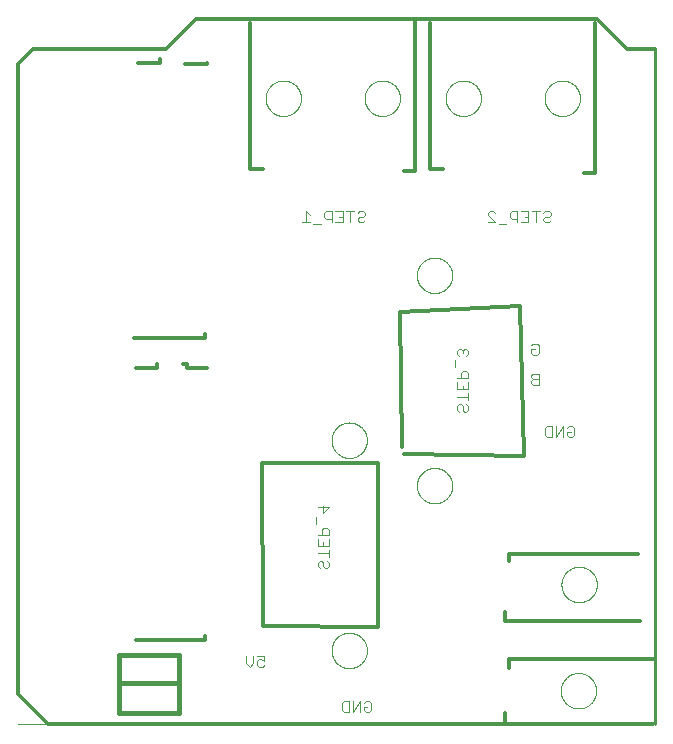
<source format=gbo>
G75*
%MOIN*%
%OFA0B0*%
%FSLAX25Y25*%
%IPPOS*%
%LPD*%
%AMOC8*
5,1,8,0,0,1.08239X$1,22.5*
%
%ADD10C,0.00000*%
%ADD11C,0.01000*%
%ADD12C,0.01600*%
%ADD13C,0.01200*%
%ADD14C,0.00300*%
D10*
X0005000Y0005000D02*
X0015000Y0005000D01*
X0208701Y0005000D01*
X0185959Y0016250D02*
X0185961Y0016403D01*
X0185967Y0016557D01*
X0185977Y0016710D01*
X0185991Y0016862D01*
X0186009Y0017015D01*
X0186031Y0017166D01*
X0186056Y0017317D01*
X0186086Y0017468D01*
X0186120Y0017618D01*
X0186157Y0017766D01*
X0186198Y0017914D01*
X0186243Y0018060D01*
X0186292Y0018206D01*
X0186345Y0018350D01*
X0186401Y0018492D01*
X0186461Y0018633D01*
X0186525Y0018773D01*
X0186592Y0018911D01*
X0186663Y0019047D01*
X0186738Y0019181D01*
X0186815Y0019313D01*
X0186897Y0019443D01*
X0186981Y0019571D01*
X0187069Y0019697D01*
X0187160Y0019820D01*
X0187254Y0019941D01*
X0187352Y0020059D01*
X0187452Y0020175D01*
X0187556Y0020288D01*
X0187662Y0020399D01*
X0187771Y0020507D01*
X0187883Y0020612D01*
X0187997Y0020713D01*
X0188115Y0020812D01*
X0188234Y0020908D01*
X0188356Y0021001D01*
X0188481Y0021090D01*
X0188608Y0021177D01*
X0188737Y0021259D01*
X0188868Y0021339D01*
X0189001Y0021415D01*
X0189136Y0021488D01*
X0189273Y0021557D01*
X0189412Y0021622D01*
X0189552Y0021684D01*
X0189694Y0021742D01*
X0189837Y0021797D01*
X0189982Y0021848D01*
X0190128Y0021895D01*
X0190275Y0021938D01*
X0190423Y0021977D01*
X0190572Y0022013D01*
X0190722Y0022044D01*
X0190873Y0022072D01*
X0191024Y0022096D01*
X0191177Y0022116D01*
X0191329Y0022132D01*
X0191482Y0022144D01*
X0191635Y0022152D01*
X0191788Y0022156D01*
X0191942Y0022156D01*
X0192095Y0022152D01*
X0192248Y0022144D01*
X0192401Y0022132D01*
X0192553Y0022116D01*
X0192706Y0022096D01*
X0192857Y0022072D01*
X0193008Y0022044D01*
X0193158Y0022013D01*
X0193307Y0021977D01*
X0193455Y0021938D01*
X0193602Y0021895D01*
X0193748Y0021848D01*
X0193893Y0021797D01*
X0194036Y0021742D01*
X0194178Y0021684D01*
X0194318Y0021622D01*
X0194457Y0021557D01*
X0194594Y0021488D01*
X0194729Y0021415D01*
X0194862Y0021339D01*
X0194993Y0021259D01*
X0195122Y0021177D01*
X0195249Y0021090D01*
X0195374Y0021001D01*
X0195496Y0020908D01*
X0195615Y0020812D01*
X0195733Y0020713D01*
X0195847Y0020612D01*
X0195959Y0020507D01*
X0196068Y0020399D01*
X0196174Y0020288D01*
X0196278Y0020175D01*
X0196378Y0020059D01*
X0196476Y0019941D01*
X0196570Y0019820D01*
X0196661Y0019697D01*
X0196749Y0019571D01*
X0196833Y0019443D01*
X0196915Y0019313D01*
X0196992Y0019181D01*
X0197067Y0019047D01*
X0197138Y0018911D01*
X0197205Y0018773D01*
X0197269Y0018633D01*
X0197329Y0018492D01*
X0197385Y0018350D01*
X0197438Y0018206D01*
X0197487Y0018060D01*
X0197532Y0017914D01*
X0197573Y0017766D01*
X0197610Y0017618D01*
X0197644Y0017468D01*
X0197674Y0017317D01*
X0197699Y0017166D01*
X0197721Y0017015D01*
X0197739Y0016862D01*
X0197753Y0016710D01*
X0197763Y0016557D01*
X0197769Y0016403D01*
X0197771Y0016250D01*
X0197769Y0016097D01*
X0197763Y0015943D01*
X0197753Y0015790D01*
X0197739Y0015638D01*
X0197721Y0015485D01*
X0197699Y0015334D01*
X0197674Y0015183D01*
X0197644Y0015032D01*
X0197610Y0014882D01*
X0197573Y0014734D01*
X0197532Y0014586D01*
X0197487Y0014440D01*
X0197438Y0014294D01*
X0197385Y0014150D01*
X0197329Y0014008D01*
X0197269Y0013867D01*
X0197205Y0013727D01*
X0197138Y0013589D01*
X0197067Y0013453D01*
X0196992Y0013319D01*
X0196915Y0013187D01*
X0196833Y0013057D01*
X0196749Y0012929D01*
X0196661Y0012803D01*
X0196570Y0012680D01*
X0196476Y0012559D01*
X0196378Y0012441D01*
X0196278Y0012325D01*
X0196174Y0012212D01*
X0196068Y0012101D01*
X0195959Y0011993D01*
X0195847Y0011888D01*
X0195733Y0011787D01*
X0195615Y0011688D01*
X0195496Y0011592D01*
X0195374Y0011499D01*
X0195249Y0011410D01*
X0195122Y0011323D01*
X0194993Y0011241D01*
X0194862Y0011161D01*
X0194729Y0011085D01*
X0194594Y0011012D01*
X0194457Y0010943D01*
X0194318Y0010878D01*
X0194178Y0010816D01*
X0194036Y0010758D01*
X0193893Y0010703D01*
X0193748Y0010652D01*
X0193602Y0010605D01*
X0193455Y0010562D01*
X0193307Y0010523D01*
X0193158Y0010487D01*
X0193008Y0010456D01*
X0192857Y0010428D01*
X0192706Y0010404D01*
X0192553Y0010384D01*
X0192401Y0010368D01*
X0192248Y0010356D01*
X0192095Y0010348D01*
X0191942Y0010344D01*
X0191788Y0010344D01*
X0191635Y0010348D01*
X0191482Y0010356D01*
X0191329Y0010368D01*
X0191177Y0010384D01*
X0191024Y0010404D01*
X0190873Y0010428D01*
X0190722Y0010456D01*
X0190572Y0010487D01*
X0190423Y0010523D01*
X0190275Y0010562D01*
X0190128Y0010605D01*
X0189982Y0010652D01*
X0189837Y0010703D01*
X0189694Y0010758D01*
X0189552Y0010816D01*
X0189412Y0010878D01*
X0189273Y0010943D01*
X0189136Y0011012D01*
X0189001Y0011085D01*
X0188868Y0011161D01*
X0188737Y0011241D01*
X0188608Y0011323D01*
X0188481Y0011410D01*
X0188356Y0011499D01*
X0188234Y0011592D01*
X0188115Y0011688D01*
X0187997Y0011787D01*
X0187883Y0011888D01*
X0187771Y0011993D01*
X0187662Y0012101D01*
X0187556Y0012212D01*
X0187452Y0012325D01*
X0187352Y0012441D01*
X0187254Y0012559D01*
X0187160Y0012680D01*
X0187069Y0012803D01*
X0186981Y0012929D01*
X0186897Y0013057D01*
X0186815Y0013187D01*
X0186738Y0013319D01*
X0186663Y0013453D01*
X0186592Y0013589D01*
X0186525Y0013727D01*
X0186461Y0013867D01*
X0186401Y0014008D01*
X0186345Y0014150D01*
X0186292Y0014294D01*
X0186243Y0014440D01*
X0186198Y0014586D01*
X0186157Y0014734D01*
X0186120Y0014882D01*
X0186086Y0015032D01*
X0186056Y0015183D01*
X0186031Y0015334D01*
X0186009Y0015485D01*
X0185991Y0015638D01*
X0185977Y0015790D01*
X0185967Y0015943D01*
X0185961Y0016097D01*
X0185959Y0016250D01*
X0186196Y0051638D02*
X0186198Y0051791D01*
X0186204Y0051945D01*
X0186214Y0052098D01*
X0186228Y0052250D01*
X0186246Y0052403D01*
X0186268Y0052554D01*
X0186293Y0052705D01*
X0186323Y0052856D01*
X0186357Y0053006D01*
X0186394Y0053154D01*
X0186435Y0053302D01*
X0186480Y0053448D01*
X0186529Y0053594D01*
X0186582Y0053738D01*
X0186638Y0053880D01*
X0186698Y0054021D01*
X0186762Y0054161D01*
X0186829Y0054299D01*
X0186900Y0054435D01*
X0186975Y0054569D01*
X0187052Y0054701D01*
X0187134Y0054831D01*
X0187218Y0054959D01*
X0187306Y0055085D01*
X0187397Y0055208D01*
X0187491Y0055329D01*
X0187589Y0055447D01*
X0187689Y0055563D01*
X0187793Y0055676D01*
X0187899Y0055787D01*
X0188008Y0055895D01*
X0188120Y0056000D01*
X0188234Y0056101D01*
X0188352Y0056200D01*
X0188471Y0056296D01*
X0188593Y0056389D01*
X0188718Y0056478D01*
X0188845Y0056565D01*
X0188974Y0056647D01*
X0189105Y0056727D01*
X0189238Y0056803D01*
X0189373Y0056876D01*
X0189510Y0056945D01*
X0189649Y0057010D01*
X0189789Y0057072D01*
X0189931Y0057130D01*
X0190074Y0057185D01*
X0190219Y0057236D01*
X0190365Y0057283D01*
X0190512Y0057326D01*
X0190660Y0057365D01*
X0190809Y0057401D01*
X0190959Y0057432D01*
X0191110Y0057460D01*
X0191261Y0057484D01*
X0191414Y0057504D01*
X0191566Y0057520D01*
X0191719Y0057532D01*
X0191872Y0057540D01*
X0192025Y0057544D01*
X0192179Y0057544D01*
X0192332Y0057540D01*
X0192485Y0057532D01*
X0192638Y0057520D01*
X0192790Y0057504D01*
X0192943Y0057484D01*
X0193094Y0057460D01*
X0193245Y0057432D01*
X0193395Y0057401D01*
X0193544Y0057365D01*
X0193692Y0057326D01*
X0193839Y0057283D01*
X0193985Y0057236D01*
X0194130Y0057185D01*
X0194273Y0057130D01*
X0194415Y0057072D01*
X0194555Y0057010D01*
X0194694Y0056945D01*
X0194831Y0056876D01*
X0194966Y0056803D01*
X0195099Y0056727D01*
X0195230Y0056647D01*
X0195359Y0056565D01*
X0195486Y0056478D01*
X0195611Y0056389D01*
X0195733Y0056296D01*
X0195852Y0056200D01*
X0195970Y0056101D01*
X0196084Y0056000D01*
X0196196Y0055895D01*
X0196305Y0055787D01*
X0196411Y0055676D01*
X0196515Y0055563D01*
X0196615Y0055447D01*
X0196713Y0055329D01*
X0196807Y0055208D01*
X0196898Y0055085D01*
X0196986Y0054959D01*
X0197070Y0054831D01*
X0197152Y0054701D01*
X0197229Y0054569D01*
X0197304Y0054435D01*
X0197375Y0054299D01*
X0197442Y0054161D01*
X0197506Y0054021D01*
X0197566Y0053880D01*
X0197622Y0053738D01*
X0197675Y0053594D01*
X0197724Y0053448D01*
X0197769Y0053302D01*
X0197810Y0053154D01*
X0197847Y0053006D01*
X0197881Y0052856D01*
X0197911Y0052705D01*
X0197936Y0052554D01*
X0197958Y0052403D01*
X0197976Y0052250D01*
X0197990Y0052098D01*
X0198000Y0051945D01*
X0198006Y0051791D01*
X0198008Y0051638D01*
X0198006Y0051485D01*
X0198000Y0051331D01*
X0197990Y0051178D01*
X0197976Y0051026D01*
X0197958Y0050873D01*
X0197936Y0050722D01*
X0197911Y0050571D01*
X0197881Y0050420D01*
X0197847Y0050270D01*
X0197810Y0050122D01*
X0197769Y0049974D01*
X0197724Y0049828D01*
X0197675Y0049682D01*
X0197622Y0049538D01*
X0197566Y0049396D01*
X0197506Y0049255D01*
X0197442Y0049115D01*
X0197375Y0048977D01*
X0197304Y0048841D01*
X0197229Y0048707D01*
X0197152Y0048575D01*
X0197070Y0048445D01*
X0196986Y0048317D01*
X0196898Y0048191D01*
X0196807Y0048068D01*
X0196713Y0047947D01*
X0196615Y0047829D01*
X0196515Y0047713D01*
X0196411Y0047600D01*
X0196305Y0047489D01*
X0196196Y0047381D01*
X0196084Y0047276D01*
X0195970Y0047175D01*
X0195852Y0047076D01*
X0195733Y0046980D01*
X0195611Y0046887D01*
X0195486Y0046798D01*
X0195359Y0046711D01*
X0195230Y0046629D01*
X0195099Y0046549D01*
X0194966Y0046473D01*
X0194831Y0046400D01*
X0194694Y0046331D01*
X0194555Y0046266D01*
X0194415Y0046204D01*
X0194273Y0046146D01*
X0194130Y0046091D01*
X0193985Y0046040D01*
X0193839Y0045993D01*
X0193692Y0045950D01*
X0193544Y0045911D01*
X0193395Y0045875D01*
X0193245Y0045844D01*
X0193094Y0045816D01*
X0192943Y0045792D01*
X0192790Y0045772D01*
X0192638Y0045756D01*
X0192485Y0045744D01*
X0192332Y0045736D01*
X0192179Y0045732D01*
X0192025Y0045732D01*
X0191872Y0045736D01*
X0191719Y0045744D01*
X0191566Y0045756D01*
X0191414Y0045772D01*
X0191261Y0045792D01*
X0191110Y0045816D01*
X0190959Y0045844D01*
X0190809Y0045875D01*
X0190660Y0045911D01*
X0190512Y0045950D01*
X0190365Y0045993D01*
X0190219Y0046040D01*
X0190074Y0046091D01*
X0189931Y0046146D01*
X0189789Y0046204D01*
X0189649Y0046266D01*
X0189510Y0046331D01*
X0189373Y0046400D01*
X0189238Y0046473D01*
X0189105Y0046549D01*
X0188974Y0046629D01*
X0188845Y0046711D01*
X0188718Y0046798D01*
X0188593Y0046887D01*
X0188471Y0046980D01*
X0188352Y0047076D01*
X0188234Y0047175D01*
X0188120Y0047276D01*
X0188008Y0047381D01*
X0187899Y0047489D01*
X0187793Y0047600D01*
X0187689Y0047713D01*
X0187589Y0047829D01*
X0187491Y0047947D01*
X0187397Y0048068D01*
X0187306Y0048191D01*
X0187218Y0048317D01*
X0187134Y0048445D01*
X0187052Y0048575D01*
X0186975Y0048707D01*
X0186900Y0048841D01*
X0186829Y0048977D01*
X0186762Y0049115D01*
X0186698Y0049255D01*
X0186638Y0049396D01*
X0186582Y0049538D01*
X0186529Y0049682D01*
X0186480Y0049828D01*
X0186435Y0049974D01*
X0186394Y0050122D01*
X0186357Y0050270D01*
X0186323Y0050420D01*
X0186293Y0050571D01*
X0186268Y0050722D01*
X0186246Y0050873D01*
X0186228Y0051026D01*
X0186214Y0051178D01*
X0186204Y0051331D01*
X0186198Y0051485D01*
X0186196Y0051638D01*
X0138001Y0084621D02*
X0138003Y0084774D01*
X0138009Y0084928D01*
X0138019Y0085081D01*
X0138033Y0085233D01*
X0138051Y0085386D01*
X0138073Y0085537D01*
X0138098Y0085688D01*
X0138128Y0085839D01*
X0138162Y0085989D01*
X0138199Y0086137D01*
X0138240Y0086285D01*
X0138285Y0086431D01*
X0138334Y0086577D01*
X0138387Y0086721D01*
X0138443Y0086863D01*
X0138503Y0087004D01*
X0138567Y0087144D01*
X0138634Y0087282D01*
X0138705Y0087418D01*
X0138780Y0087552D01*
X0138857Y0087684D01*
X0138939Y0087814D01*
X0139023Y0087942D01*
X0139111Y0088068D01*
X0139202Y0088191D01*
X0139296Y0088312D01*
X0139394Y0088430D01*
X0139494Y0088546D01*
X0139598Y0088659D01*
X0139704Y0088770D01*
X0139813Y0088878D01*
X0139925Y0088983D01*
X0140039Y0089084D01*
X0140157Y0089183D01*
X0140276Y0089279D01*
X0140398Y0089372D01*
X0140523Y0089461D01*
X0140650Y0089548D01*
X0140779Y0089630D01*
X0140910Y0089710D01*
X0141043Y0089786D01*
X0141178Y0089859D01*
X0141315Y0089928D01*
X0141454Y0089993D01*
X0141594Y0090055D01*
X0141736Y0090113D01*
X0141879Y0090168D01*
X0142024Y0090219D01*
X0142170Y0090266D01*
X0142317Y0090309D01*
X0142465Y0090348D01*
X0142614Y0090384D01*
X0142764Y0090415D01*
X0142915Y0090443D01*
X0143066Y0090467D01*
X0143219Y0090487D01*
X0143371Y0090503D01*
X0143524Y0090515D01*
X0143677Y0090523D01*
X0143830Y0090527D01*
X0143984Y0090527D01*
X0144137Y0090523D01*
X0144290Y0090515D01*
X0144443Y0090503D01*
X0144595Y0090487D01*
X0144748Y0090467D01*
X0144899Y0090443D01*
X0145050Y0090415D01*
X0145200Y0090384D01*
X0145349Y0090348D01*
X0145497Y0090309D01*
X0145644Y0090266D01*
X0145790Y0090219D01*
X0145935Y0090168D01*
X0146078Y0090113D01*
X0146220Y0090055D01*
X0146360Y0089993D01*
X0146499Y0089928D01*
X0146636Y0089859D01*
X0146771Y0089786D01*
X0146904Y0089710D01*
X0147035Y0089630D01*
X0147164Y0089548D01*
X0147291Y0089461D01*
X0147416Y0089372D01*
X0147538Y0089279D01*
X0147657Y0089183D01*
X0147775Y0089084D01*
X0147889Y0088983D01*
X0148001Y0088878D01*
X0148110Y0088770D01*
X0148216Y0088659D01*
X0148320Y0088546D01*
X0148420Y0088430D01*
X0148518Y0088312D01*
X0148612Y0088191D01*
X0148703Y0088068D01*
X0148791Y0087942D01*
X0148875Y0087814D01*
X0148957Y0087684D01*
X0149034Y0087552D01*
X0149109Y0087418D01*
X0149180Y0087282D01*
X0149247Y0087144D01*
X0149311Y0087004D01*
X0149371Y0086863D01*
X0149427Y0086721D01*
X0149480Y0086577D01*
X0149529Y0086431D01*
X0149574Y0086285D01*
X0149615Y0086137D01*
X0149652Y0085989D01*
X0149686Y0085839D01*
X0149716Y0085688D01*
X0149741Y0085537D01*
X0149763Y0085386D01*
X0149781Y0085233D01*
X0149795Y0085081D01*
X0149805Y0084928D01*
X0149811Y0084774D01*
X0149813Y0084621D01*
X0149811Y0084468D01*
X0149805Y0084314D01*
X0149795Y0084161D01*
X0149781Y0084009D01*
X0149763Y0083856D01*
X0149741Y0083705D01*
X0149716Y0083554D01*
X0149686Y0083403D01*
X0149652Y0083253D01*
X0149615Y0083105D01*
X0149574Y0082957D01*
X0149529Y0082811D01*
X0149480Y0082665D01*
X0149427Y0082521D01*
X0149371Y0082379D01*
X0149311Y0082238D01*
X0149247Y0082098D01*
X0149180Y0081960D01*
X0149109Y0081824D01*
X0149034Y0081690D01*
X0148957Y0081558D01*
X0148875Y0081428D01*
X0148791Y0081300D01*
X0148703Y0081174D01*
X0148612Y0081051D01*
X0148518Y0080930D01*
X0148420Y0080812D01*
X0148320Y0080696D01*
X0148216Y0080583D01*
X0148110Y0080472D01*
X0148001Y0080364D01*
X0147889Y0080259D01*
X0147775Y0080158D01*
X0147657Y0080059D01*
X0147538Y0079963D01*
X0147416Y0079870D01*
X0147291Y0079781D01*
X0147164Y0079694D01*
X0147035Y0079612D01*
X0146904Y0079532D01*
X0146771Y0079456D01*
X0146636Y0079383D01*
X0146499Y0079314D01*
X0146360Y0079249D01*
X0146220Y0079187D01*
X0146078Y0079129D01*
X0145935Y0079074D01*
X0145790Y0079023D01*
X0145644Y0078976D01*
X0145497Y0078933D01*
X0145349Y0078894D01*
X0145200Y0078858D01*
X0145050Y0078827D01*
X0144899Y0078799D01*
X0144748Y0078775D01*
X0144595Y0078755D01*
X0144443Y0078739D01*
X0144290Y0078727D01*
X0144137Y0078719D01*
X0143984Y0078715D01*
X0143830Y0078715D01*
X0143677Y0078719D01*
X0143524Y0078727D01*
X0143371Y0078739D01*
X0143219Y0078755D01*
X0143066Y0078775D01*
X0142915Y0078799D01*
X0142764Y0078827D01*
X0142614Y0078858D01*
X0142465Y0078894D01*
X0142317Y0078933D01*
X0142170Y0078976D01*
X0142024Y0079023D01*
X0141879Y0079074D01*
X0141736Y0079129D01*
X0141594Y0079187D01*
X0141454Y0079249D01*
X0141315Y0079314D01*
X0141178Y0079383D01*
X0141043Y0079456D01*
X0140910Y0079532D01*
X0140779Y0079612D01*
X0140650Y0079694D01*
X0140523Y0079781D01*
X0140398Y0079870D01*
X0140276Y0079963D01*
X0140157Y0080059D01*
X0140039Y0080158D01*
X0139925Y0080259D01*
X0139813Y0080364D01*
X0139704Y0080472D01*
X0139598Y0080583D01*
X0139494Y0080696D01*
X0139394Y0080812D01*
X0139296Y0080930D01*
X0139202Y0081051D01*
X0139111Y0081174D01*
X0139023Y0081300D01*
X0138939Y0081428D01*
X0138857Y0081558D01*
X0138780Y0081690D01*
X0138705Y0081824D01*
X0138634Y0081960D01*
X0138567Y0082098D01*
X0138503Y0082238D01*
X0138443Y0082379D01*
X0138387Y0082521D01*
X0138334Y0082665D01*
X0138285Y0082811D01*
X0138240Y0082957D01*
X0138199Y0083105D01*
X0138162Y0083253D01*
X0138128Y0083403D01*
X0138098Y0083554D01*
X0138073Y0083705D01*
X0138051Y0083856D01*
X0138033Y0084009D01*
X0138019Y0084161D01*
X0138009Y0084314D01*
X0138003Y0084468D01*
X0138001Y0084621D01*
X0109562Y0099754D02*
X0109564Y0099907D01*
X0109570Y0100061D01*
X0109580Y0100214D01*
X0109594Y0100366D01*
X0109612Y0100519D01*
X0109634Y0100670D01*
X0109659Y0100821D01*
X0109689Y0100972D01*
X0109723Y0101122D01*
X0109760Y0101270D01*
X0109801Y0101418D01*
X0109846Y0101564D01*
X0109895Y0101710D01*
X0109948Y0101854D01*
X0110004Y0101996D01*
X0110064Y0102137D01*
X0110128Y0102277D01*
X0110195Y0102415D01*
X0110266Y0102551D01*
X0110341Y0102685D01*
X0110418Y0102817D01*
X0110500Y0102947D01*
X0110584Y0103075D01*
X0110672Y0103201D01*
X0110763Y0103324D01*
X0110857Y0103445D01*
X0110955Y0103563D01*
X0111055Y0103679D01*
X0111159Y0103792D01*
X0111265Y0103903D01*
X0111374Y0104011D01*
X0111486Y0104116D01*
X0111600Y0104217D01*
X0111718Y0104316D01*
X0111837Y0104412D01*
X0111959Y0104505D01*
X0112084Y0104594D01*
X0112211Y0104681D01*
X0112340Y0104763D01*
X0112471Y0104843D01*
X0112604Y0104919D01*
X0112739Y0104992D01*
X0112876Y0105061D01*
X0113015Y0105126D01*
X0113155Y0105188D01*
X0113297Y0105246D01*
X0113440Y0105301D01*
X0113585Y0105352D01*
X0113731Y0105399D01*
X0113878Y0105442D01*
X0114026Y0105481D01*
X0114175Y0105517D01*
X0114325Y0105548D01*
X0114476Y0105576D01*
X0114627Y0105600D01*
X0114780Y0105620D01*
X0114932Y0105636D01*
X0115085Y0105648D01*
X0115238Y0105656D01*
X0115391Y0105660D01*
X0115545Y0105660D01*
X0115698Y0105656D01*
X0115851Y0105648D01*
X0116004Y0105636D01*
X0116156Y0105620D01*
X0116309Y0105600D01*
X0116460Y0105576D01*
X0116611Y0105548D01*
X0116761Y0105517D01*
X0116910Y0105481D01*
X0117058Y0105442D01*
X0117205Y0105399D01*
X0117351Y0105352D01*
X0117496Y0105301D01*
X0117639Y0105246D01*
X0117781Y0105188D01*
X0117921Y0105126D01*
X0118060Y0105061D01*
X0118197Y0104992D01*
X0118332Y0104919D01*
X0118465Y0104843D01*
X0118596Y0104763D01*
X0118725Y0104681D01*
X0118852Y0104594D01*
X0118977Y0104505D01*
X0119099Y0104412D01*
X0119218Y0104316D01*
X0119336Y0104217D01*
X0119450Y0104116D01*
X0119562Y0104011D01*
X0119671Y0103903D01*
X0119777Y0103792D01*
X0119881Y0103679D01*
X0119981Y0103563D01*
X0120079Y0103445D01*
X0120173Y0103324D01*
X0120264Y0103201D01*
X0120352Y0103075D01*
X0120436Y0102947D01*
X0120518Y0102817D01*
X0120595Y0102685D01*
X0120670Y0102551D01*
X0120741Y0102415D01*
X0120808Y0102277D01*
X0120872Y0102137D01*
X0120932Y0101996D01*
X0120988Y0101854D01*
X0121041Y0101710D01*
X0121090Y0101564D01*
X0121135Y0101418D01*
X0121176Y0101270D01*
X0121213Y0101122D01*
X0121247Y0100972D01*
X0121277Y0100821D01*
X0121302Y0100670D01*
X0121324Y0100519D01*
X0121342Y0100366D01*
X0121356Y0100214D01*
X0121366Y0100061D01*
X0121372Y0099907D01*
X0121374Y0099754D01*
X0121372Y0099601D01*
X0121366Y0099447D01*
X0121356Y0099294D01*
X0121342Y0099142D01*
X0121324Y0098989D01*
X0121302Y0098838D01*
X0121277Y0098687D01*
X0121247Y0098536D01*
X0121213Y0098386D01*
X0121176Y0098238D01*
X0121135Y0098090D01*
X0121090Y0097944D01*
X0121041Y0097798D01*
X0120988Y0097654D01*
X0120932Y0097512D01*
X0120872Y0097371D01*
X0120808Y0097231D01*
X0120741Y0097093D01*
X0120670Y0096957D01*
X0120595Y0096823D01*
X0120518Y0096691D01*
X0120436Y0096561D01*
X0120352Y0096433D01*
X0120264Y0096307D01*
X0120173Y0096184D01*
X0120079Y0096063D01*
X0119981Y0095945D01*
X0119881Y0095829D01*
X0119777Y0095716D01*
X0119671Y0095605D01*
X0119562Y0095497D01*
X0119450Y0095392D01*
X0119336Y0095291D01*
X0119218Y0095192D01*
X0119099Y0095096D01*
X0118977Y0095003D01*
X0118852Y0094914D01*
X0118725Y0094827D01*
X0118596Y0094745D01*
X0118465Y0094665D01*
X0118332Y0094589D01*
X0118197Y0094516D01*
X0118060Y0094447D01*
X0117921Y0094382D01*
X0117781Y0094320D01*
X0117639Y0094262D01*
X0117496Y0094207D01*
X0117351Y0094156D01*
X0117205Y0094109D01*
X0117058Y0094066D01*
X0116910Y0094027D01*
X0116761Y0093991D01*
X0116611Y0093960D01*
X0116460Y0093932D01*
X0116309Y0093908D01*
X0116156Y0093888D01*
X0116004Y0093872D01*
X0115851Y0093860D01*
X0115698Y0093852D01*
X0115545Y0093848D01*
X0115391Y0093848D01*
X0115238Y0093852D01*
X0115085Y0093860D01*
X0114932Y0093872D01*
X0114780Y0093888D01*
X0114627Y0093908D01*
X0114476Y0093932D01*
X0114325Y0093960D01*
X0114175Y0093991D01*
X0114026Y0094027D01*
X0113878Y0094066D01*
X0113731Y0094109D01*
X0113585Y0094156D01*
X0113440Y0094207D01*
X0113297Y0094262D01*
X0113155Y0094320D01*
X0113015Y0094382D01*
X0112876Y0094447D01*
X0112739Y0094516D01*
X0112604Y0094589D01*
X0112471Y0094665D01*
X0112340Y0094745D01*
X0112211Y0094827D01*
X0112084Y0094914D01*
X0111959Y0095003D01*
X0111837Y0095096D01*
X0111718Y0095192D01*
X0111600Y0095291D01*
X0111486Y0095392D01*
X0111374Y0095497D01*
X0111265Y0095605D01*
X0111159Y0095716D01*
X0111055Y0095829D01*
X0110955Y0095945D01*
X0110857Y0096063D01*
X0110763Y0096184D01*
X0110672Y0096307D01*
X0110584Y0096433D01*
X0110500Y0096561D01*
X0110418Y0096691D01*
X0110341Y0096823D01*
X0110266Y0096957D01*
X0110195Y0097093D01*
X0110128Y0097231D01*
X0110064Y0097371D01*
X0110004Y0097512D01*
X0109948Y0097654D01*
X0109895Y0097798D01*
X0109846Y0097944D01*
X0109801Y0098090D01*
X0109760Y0098238D01*
X0109723Y0098386D01*
X0109689Y0098536D01*
X0109659Y0098687D01*
X0109634Y0098838D01*
X0109612Y0098989D01*
X0109594Y0099142D01*
X0109580Y0099294D01*
X0109570Y0099447D01*
X0109564Y0099601D01*
X0109562Y0099754D01*
X0138001Y0154700D02*
X0138003Y0154853D01*
X0138009Y0155007D01*
X0138019Y0155160D01*
X0138033Y0155312D01*
X0138051Y0155465D01*
X0138073Y0155616D01*
X0138098Y0155767D01*
X0138128Y0155918D01*
X0138162Y0156068D01*
X0138199Y0156216D01*
X0138240Y0156364D01*
X0138285Y0156510D01*
X0138334Y0156656D01*
X0138387Y0156800D01*
X0138443Y0156942D01*
X0138503Y0157083D01*
X0138567Y0157223D01*
X0138634Y0157361D01*
X0138705Y0157497D01*
X0138780Y0157631D01*
X0138857Y0157763D01*
X0138939Y0157893D01*
X0139023Y0158021D01*
X0139111Y0158147D01*
X0139202Y0158270D01*
X0139296Y0158391D01*
X0139394Y0158509D01*
X0139494Y0158625D01*
X0139598Y0158738D01*
X0139704Y0158849D01*
X0139813Y0158957D01*
X0139925Y0159062D01*
X0140039Y0159163D01*
X0140157Y0159262D01*
X0140276Y0159358D01*
X0140398Y0159451D01*
X0140523Y0159540D01*
X0140650Y0159627D01*
X0140779Y0159709D01*
X0140910Y0159789D01*
X0141043Y0159865D01*
X0141178Y0159938D01*
X0141315Y0160007D01*
X0141454Y0160072D01*
X0141594Y0160134D01*
X0141736Y0160192D01*
X0141879Y0160247D01*
X0142024Y0160298D01*
X0142170Y0160345D01*
X0142317Y0160388D01*
X0142465Y0160427D01*
X0142614Y0160463D01*
X0142764Y0160494D01*
X0142915Y0160522D01*
X0143066Y0160546D01*
X0143219Y0160566D01*
X0143371Y0160582D01*
X0143524Y0160594D01*
X0143677Y0160602D01*
X0143830Y0160606D01*
X0143984Y0160606D01*
X0144137Y0160602D01*
X0144290Y0160594D01*
X0144443Y0160582D01*
X0144595Y0160566D01*
X0144748Y0160546D01*
X0144899Y0160522D01*
X0145050Y0160494D01*
X0145200Y0160463D01*
X0145349Y0160427D01*
X0145497Y0160388D01*
X0145644Y0160345D01*
X0145790Y0160298D01*
X0145935Y0160247D01*
X0146078Y0160192D01*
X0146220Y0160134D01*
X0146360Y0160072D01*
X0146499Y0160007D01*
X0146636Y0159938D01*
X0146771Y0159865D01*
X0146904Y0159789D01*
X0147035Y0159709D01*
X0147164Y0159627D01*
X0147291Y0159540D01*
X0147416Y0159451D01*
X0147538Y0159358D01*
X0147657Y0159262D01*
X0147775Y0159163D01*
X0147889Y0159062D01*
X0148001Y0158957D01*
X0148110Y0158849D01*
X0148216Y0158738D01*
X0148320Y0158625D01*
X0148420Y0158509D01*
X0148518Y0158391D01*
X0148612Y0158270D01*
X0148703Y0158147D01*
X0148791Y0158021D01*
X0148875Y0157893D01*
X0148957Y0157763D01*
X0149034Y0157631D01*
X0149109Y0157497D01*
X0149180Y0157361D01*
X0149247Y0157223D01*
X0149311Y0157083D01*
X0149371Y0156942D01*
X0149427Y0156800D01*
X0149480Y0156656D01*
X0149529Y0156510D01*
X0149574Y0156364D01*
X0149615Y0156216D01*
X0149652Y0156068D01*
X0149686Y0155918D01*
X0149716Y0155767D01*
X0149741Y0155616D01*
X0149763Y0155465D01*
X0149781Y0155312D01*
X0149795Y0155160D01*
X0149805Y0155007D01*
X0149811Y0154853D01*
X0149813Y0154700D01*
X0149811Y0154547D01*
X0149805Y0154393D01*
X0149795Y0154240D01*
X0149781Y0154088D01*
X0149763Y0153935D01*
X0149741Y0153784D01*
X0149716Y0153633D01*
X0149686Y0153482D01*
X0149652Y0153332D01*
X0149615Y0153184D01*
X0149574Y0153036D01*
X0149529Y0152890D01*
X0149480Y0152744D01*
X0149427Y0152600D01*
X0149371Y0152458D01*
X0149311Y0152317D01*
X0149247Y0152177D01*
X0149180Y0152039D01*
X0149109Y0151903D01*
X0149034Y0151769D01*
X0148957Y0151637D01*
X0148875Y0151507D01*
X0148791Y0151379D01*
X0148703Y0151253D01*
X0148612Y0151130D01*
X0148518Y0151009D01*
X0148420Y0150891D01*
X0148320Y0150775D01*
X0148216Y0150662D01*
X0148110Y0150551D01*
X0148001Y0150443D01*
X0147889Y0150338D01*
X0147775Y0150237D01*
X0147657Y0150138D01*
X0147538Y0150042D01*
X0147416Y0149949D01*
X0147291Y0149860D01*
X0147164Y0149773D01*
X0147035Y0149691D01*
X0146904Y0149611D01*
X0146771Y0149535D01*
X0146636Y0149462D01*
X0146499Y0149393D01*
X0146360Y0149328D01*
X0146220Y0149266D01*
X0146078Y0149208D01*
X0145935Y0149153D01*
X0145790Y0149102D01*
X0145644Y0149055D01*
X0145497Y0149012D01*
X0145349Y0148973D01*
X0145200Y0148937D01*
X0145050Y0148906D01*
X0144899Y0148878D01*
X0144748Y0148854D01*
X0144595Y0148834D01*
X0144443Y0148818D01*
X0144290Y0148806D01*
X0144137Y0148798D01*
X0143984Y0148794D01*
X0143830Y0148794D01*
X0143677Y0148798D01*
X0143524Y0148806D01*
X0143371Y0148818D01*
X0143219Y0148834D01*
X0143066Y0148854D01*
X0142915Y0148878D01*
X0142764Y0148906D01*
X0142614Y0148937D01*
X0142465Y0148973D01*
X0142317Y0149012D01*
X0142170Y0149055D01*
X0142024Y0149102D01*
X0141879Y0149153D01*
X0141736Y0149208D01*
X0141594Y0149266D01*
X0141454Y0149328D01*
X0141315Y0149393D01*
X0141178Y0149462D01*
X0141043Y0149535D01*
X0140910Y0149611D01*
X0140779Y0149691D01*
X0140650Y0149773D01*
X0140523Y0149860D01*
X0140398Y0149949D01*
X0140276Y0150042D01*
X0140157Y0150138D01*
X0140039Y0150237D01*
X0139925Y0150338D01*
X0139813Y0150443D01*
X0139704Y0150551D01*
X0139598Y0150662D01*
X0139494Y0150775D01*
X0139394Y0150891D01*
X0139296Y0151009D01*
X0139202Y0151130D01*
X0139111Y0151253D01*
X0139023Y0151379D01*
X0138939Y0151507D01*
X0138857Y0151637D01*
X0138780Y0151769D01*
X0138705Y0151903D01*
X0138634Y0152039D01*
X0138567Y0152177D01*
X0138503Y0152317D01*
X0138443Y0152458D01*
X0138387Y0152600D01*
X0138334Y0152744D01*
X0138285Y0152890D01*
X0138240Y0153036D01*
X0138199Y0153184D01*
X0138162Y0153332D01*
X0138128Y0153482D01*
X0138098Y0153633D01*
X0138073Y0153784D01*
X0138051Y0153935D01*
X0138033Y0154088D01*
X0138019Y0154240D01*
X0138009Y0154393D01*
X0138003Y0154547D01*
X0138001Y0154700D01*
X0120594Y0213740D02*
X0120596Y0213893D01*
X0120602Y0214047D01*
X0120612Y0214200D01*
X0120626Y0214352D01*
X0120644Y0214505D01*
X0120666Y0214656D01*
X0120691Y0214807D01*
X0120721Y0214958D01*
X0120755Y0215108D01*
X0120792Y0215256D01*
X0120833Y0215404D01*
X0120878Y0215550D01*
X0120927Y0215696D01*
X0120980Y0215840D01*
X0121036Y0215982D01*
X0121096Y0216123D01*
X0121160Y0216263D01*
X0121227Y0216401D01*
X0121298Y0216537D01*
X0121373Y0216671D01*
X0121450Y0216803D01*
X0121532Y0216933D01*
X0121616Y0217061D01*
X0121704Y0217187D01*
X0121795Y0217310D01*
X0121889Y0217431D01*
X0121987Y0217549D01*
X0122087Y0217665D01*
X0122191Y0217778D01*
X0122297Y0217889D01*
X0122406Y0217997D01*
X0122518Y0218102D01*
X0122632Y0218203D01*
X0122750Y0218302D01*
X0122869Y0218398D01*
X0122991Y0218491D01*
X0123116Y0218580D01*
X0123243Y0218667D01*
X0123372Y0218749D01*
X0123503Y0218829D01*
X0123636Y0218905D01*
X0123771Y0218978D01*
X0123908Y0219047D01*
X0124047Y0219112D01*
X0124187Y0219174D01*
X0124329Y0219232D01*
X0124472Y0219287D01*
X0124617Y0219338D01*
X0124763Y0219385D01*
X0124910Y0219428D01*
X0125058Y0219467D01*
X0125207Y0219503D01*
X0125357Y0219534D01*
X0125508Y0219562D01*
X0125659Y0219586D01*
X0125812Y0219606D01*
X0125964Y0219622D01*
X0126117Y0219634D01*
X0126270Y0219642D01*
X0126423Y0219646D01*
X0126577Y0219646D01*
X0126730Y0219642D01*
X0126883Y0219634D01*
X0127036Y0219622D01*
X0127188Y0219606D01*
X0127341Y0219586D01*
X0127492Y0219562D01*
X0127643Y0219534D01*
X0127793Y0219503D01*
X0127942Y0219467D01*
X0128090Y0219428D01*
X0128237Y0219385D01*
X0128383Y0219338D01*
X0128528Y0219287D01*
X0128671Y0219232D01*
X0128813Y0219174D01*
X0128953Y0219112D01*
X0129092Y0219047D01*
X0129229Y0218978D01*
X0129364Y0218905D01*
X0129497Y0218829D01*
X0129628Y0218749D01*
X0129757Y0218667D01*
X0129884Y0218580D01*
X0130009Y0218491D01*
X0130131Y0218398D01*
X0130250Y0218302D01*
X0130368Y0218203D01*
X0130482Y0218102D01*
X0130594Y0217997D01*
X0130703Y0217889D01*
X0130809Y0217778D01*
X0130913Y0217665D01*
X0131013Y0217549D01*
X0131111Y0217431D01*
X0131205Y0217310D01*
X0131296Y0217187D01*
X0131384Y0217061D01*
X0131468Y0216933D01*
X0131550Y0216803D01*
X0131627Y0216671D01*
X0131702Y0216537D01*
X0131773Y0216401D01*
X0131840Y0216263D01*
X0131904Y0216123D01*
X0131964Y0215982D01*
X0132020Y0215840D01*
X0132073Y0215696D01*
X0132122Y0215550D01*
X0132167Y0215404D01*
X0132208Y0215256D01*
X0132245Y0215108D01*
X0132279Y0214958D01*
X0132309Y0214807D01*
X0132334Y0214656D01*
X0132356Y0214505D01*
X0132374Y0214352D01*
X0132388Y0214200D01*
X0132398Y0214047D01*
X0132404Y0213893D01*
X0132406Y0213740D01*
X0132404Y0213587D01*
X0132398Y0213433D01*
X0132388Y0213280D01*
X0132374Y0213128D01*
X0132356Y0212975D01*
X0132334Y0212824D01*
X0132309Y0212673D01*
X0132279Y0212522D01*
X0132245Y0212372D01*
X0132208Y0212224D01*
X0132167Y0212076D01*
X0132122Y0211930D01*
X0132073Y0211784D01*
X0132020Y0211640D01*
X0131964Y0211498D01*
X0131904Y0211357D01*
X0131840Y0211217D01*
X0131773Y0211079D01*
X0131702Y0210943D01*
X0131627Y0210809D01*
X0131550Y0210677D01*
X0131468Y0210547D01*
X0131384Y0210419D01*
X0131296Y0210293D01*
X0131205Y0210170D01*
X0131111Y0210049D01*
X0131013Y0209931D01*
X0130913Y0209815D01*
X0130809Y0209702D01*
X0130703Y0209591D01*
X0130594Y0209483D01*
X0130482Y0209378D01*
X0130368Y0209277D01*
X0130250Y0209178D01*
X0130131Y0209082D01*
X0130009Y0208989D01*
X0129884Y0208900D01*
X0129757Y0208813D01*
X0129628Y0208731D01*
X0129497Y0208651D01*
X0129364Y0208575D01*
X0129229Y0208502D01*
X0129092Y0208433D01*
X0128953Y0208368D01*
X0128813Y0208306D01*
X0128671Y0208248D01*
X0128528Y0208193D01*
X0128383Y0208142D01*
X0128237Y0208095D01*
X0128090Y0208052D01*
X0127942Y0208013D01*
X0127793Y0207977D01*
X0127643Y0207946D01*
X0127492Y0207918D01*
X0127341Y0207894D01*
X0127188Y0207874D01*
X0127036Y0207858D01*
X0126883Y0207846D01*
X0126730Y0207838D01*
X0126577Y0207834D01*
X0126423Y0207834D01*
X0126270Y0207838D01*
X0126117Y0207846D01*
X0125964Y0207858D01*
X0125812Y0207874D01*
X0125659Y0207894D01*
X0125508Y0207918D01*
X0125357Y0207946D01*
X0125207Y0207977D01*
X0125058Y0208013D01*
X0124910Y0208052D01*
X0124763Y0208095D01*
X0124617Y0208142D01*
X0124472Y0208193D01*
X0124329Y0208248D01*
X0124187Y0208306D01*
X0124047Y0208368D01*
X0123908Y0208433D01*
X0123771Y0208502D01*
X0123636Y0208575D01*
X0123503Y0208651D01*
X0123372Y0208731D01*
X0123243Y0208813D01*
X0123116Y0208900D01*
X0122991Y0208989D01*
X0122869Y0209082D01*
X0122750Y0209178D01*
X0122632Y0209277D01*
X0122518Y0209378D01*
X0122406Y0209483D01*
X0122297Y0209591D01*
X0122191Y0209702D01*
X0122087Y0209815D01*
X0121987Y0209931D01*
X0121889Y0210049D01*
X0121795Y0210170D01*
X0121704Y0210293D01*
X0121616Y0210419D01*
X0121532Y0210547D01*
X0121450Y0210677D01*
X0121373Y0210809D01*
X0121298Y0210943D01*
X0121227Y0211079D01*
X0121160Y0211217D01*
X0121096Y0211357D01*
X0121036Y0211498D01*
X0120980Y0211640D01*
X0120927Y0211784D01*
X0120878Y0211930D01*
X0120833Y0212076D01*
X0120792Y0212224D01*
X0120755Y0212372D01*
X0120721Y0212522D01*
X0120691Y0212673D01*
X0120666Y0212824D01*
X0120644Y0212975D01*
X0120626Y0213128D01*
X0120612Y0213280D01*
X0120602Y0213433D01*
X0120596Y0213587D01*
X0120594Y0213740D01*
X0087594Y0213740D02*
X0087596Y0213893D01*
X0087602Y0214047D01*
X0087612Y0214200D01*
X0087626Y0214352D01*
X0087644Y0214505D01*
X0087666Y0214656D01*
X0087691Y0214807D01*
X0087721Y0214958D01*
X0087755Y0215108D01*
X0087792Y0215256D01*
X0087833Y0215404D01*
X0087878Y0215550D01*
X0087927Y0215696D01*
X0087980Y0215840D01*
X0088036Y0215982D01*
X0088096Y0216123D01*
X0088160Y0216263D01*
X0088227Y0216401D01*
X0088298Y0216537D01*
X0088373Y0216671D01*
X0088450Y0216803D01*
X0088532Y0216933D01*
X0088616Y0217061D01*
X0088704Y0217187D01*
X0088795Y0217310D01*
X0088889Y0217431D01*
X0088987Y0217549D01*
X0089087Y0217665D01*
X0089191Y0217778D01*
X0089297Y0217889D01*
X0089406Y0217997D01*
X0089518Y0218102D01*
X0089632Y0218203D01*
X0089750Y0218302D01*
X0089869Y0218398D01*
X0089991Y0218491D01*
X0090116Y0218580D01*
X0090243Y0218667D01*
X0090372Y0218749D01*
X0090503Y0218829D01*
X0090636Y0218905D01*
X0090771Y0218978D01*
X0090908Y0219047D01*
X0091047Y0219112D01*
X0091187Y0219174D01*
X0091329Y0219232D01*
X0091472Y0219287D01*
X0091617Y0219338D01*
X0091763Y0219385D01*
X0091910Y0219428D01*
X0092058Y0219467D01*
X0092207Y0219503D01*
X0092357Y0219534D01*
X0092508Y0219562D01*
X0092659Y0219586D01*
X0092812Y0219606D01*
X0092964Y0219622D01*
X0093117Y0219634D01*
X0093270Y0219642D01*
X0093423Y0219646D01*
X0093577Y0219646D01*
X0093730Y0219642D01*
X0093883Y0219634D01*
X0094036Y0219622D01*
X0094188Y0219606D01*
X0094341Y0219586D01*
X0094492Y0219562D01*
X0094643Y0219534D01*
X0094793Y0219503D01*
X0094942Y0219467D01*
X0095090Y0219428D01*
X0095237Y0219385D01*
X0095383Y0219338D01*
X0095528Y0219287D01*
X0095671Y0219232D01*
X0095813Y0219174D01*
X0095953Y0219112D01*
X0096092Y0219047D01*
X0096229Y0218978D01*
X0096364Y0218905D01*
X0096497Y0218829D01*
X0096628Y0218749D01*
X0096757Y0218667D01*
X0096884Y0218580D01*
X0097009Y0218491D01*
X0097131Y0218398D01*
X0097250Y0218302D01*
X0097368Y0218203D01*
X0097482Y0218102D01*
X0097594Y0217997D01*
X0097703Y0217889D01*
X0097809Y0217778D01*
X0097913Y0217665D01*
X0098013Y0217549D01*
X0098111Y0217431D01*
X0098205Y0217310D01*
X0098296Y0217187D01*
X0098384Y0217061D01*
X0098468Y0216933D01*
X0098550Y0216803D01*
X0098627Y0216671D01*
X0098702Y0216537D01*
X0098773Y0216401D01*
X0098840Y0216263D01*
X0098904Y0216123D01*
X0098964Y0215982D01*
X0099020Y0215840D01*
X0099073Y0215696D01*
X0099122Y0215550D01*
X0099167Y0215404D01*
X0099208Y0215256D01*
X0099245Y0215108D01*
X0099279Y0214958D01*
X0099309Y0214807D01*
X0099334Y0214656D01*
X0099356Y0214505D01*
X0099374Y0214352D01*
X0099388Y0214200D01*
X0099398Y0214047D01*
X0099404Y0213893D01*
X0099406Y0213740D01*
X0099404Y0213587D01*
X0099398Y0213433D01*
X0099388Y0213280D01*
X0099374Y0213128D01*
X0099356Y0212975D01*
X0099334Y0212824D01*
X0099309Y0212673D01*
X0099279Y0212522D01*
X0099245Y0212372D01*
X0099208Y0212224D01*
X0099167Y0212076D01*
X0099122Y0211930D01*
X0099073Y0211784D01*
X0099020Y0211640D01*
X0098964Y0211498D01*
X0098904Y0211357D01*
X0098840Y0211217D01*
X0098773Y0211079D01*
X0098702Y0210943D01*
X0098627Y0210809D01*
X0098550Y0210677D01*
X0098468Y0210547D01*
X0098384Y0210419D01*
X0098296Y0210293D01*
X0098205Y0210170D01*
X0098111Y0210049D01*
X0098013Y0209931D01*
X0097913Y0209815D01*
X0097809Y0209702D01*
X0097703Y0209591D01*
X0097594Y0209483D01*
X0097482Y0209378D01*
X0097368Y0209277D01*
X0097250Y0209178D01*
X0097131Y0209082D01*
X0097009Y0208989D01*
X0096884Y0208900D01*
X0096757Y0208813D01*
X0096628Y0208731D01*
X0096497Y0208651D01*
X0096364Y0208575D01*
X0096229Y0208502D01*
X0096092Y0208433D01*
X0095953Y0208368D01*
X0095813Y0208306D01*
X0095671Y0208248D01*
X0095528Y0208193D01*
X0095383Y0208142D01*
X0095237Y0208095D01*
X0095090Y0208052D01*
X0094942Y0208013D01*
X0094793Y0207977D01*
X0094643Y0207946D01*
X0094492Y0207918D01*
X0094341Y0207894D01*
X0094188Y0207874D01*
X0094036Y0207858D01*
X0093883Y0207846D01*
X0093730Y0207838D01*
X0093577Y0207834D01*
X0093423Y0207834D01*
X0093270Y0207838D01*
X0093117Y0207846D01*
X0092964Y0207858D01*
X0092812Y0207874D01*
X0092659Y0207894D01*
X0092508Y0207918D01*
X0092357Y0207946D01*
X0092207Y0207977D01*
X0092058Y0208013D01*
X0091910Y0208052D01*
X0091763Y0208095D01*
X0091617Y0208142D01*
X0091472Y0208193D01*
X0091329Y0208248D01*
X0091187Y0208306D01*
X0091047Y0208368D01*
X0090908Y0208433D01*
X0090771Y0208502D01*
X0090636Y0208575D01*
X0090503Y0208651D01*
X0090372Y0208731D01*
X0090243Y0208813D01*
X0090116Y0208900D01*
X0089991Y0208989D01*
X0089869Y0209082D01*
X0089750Y0209178D01*
X0089632Y0209277D01*
X0089518Y0209378D01*
X0089406Y0209483D01*
X0089297Y0209591D01*
X0089191Y0209702D01*
X0089087Y0209815D01*
X0088987Y0209931D01*
X0088889Y0210049D01*
X0088795Y0210170D01*
X0088704Y0210293D01*
X0088616Y0210419D01*
X0088532Y0210547D01*
X0088450Y0210677D01*
X0088373Y0210809D01*
X0088298Y0210943D01*
X0088227Y0211079D01*
X0088160Y0211217D01*
X0088096Y0211357D01*
X0088036Y0211498D01*
X0087980Y0211640D01*
X0087927Y0211784D01*
X0087878Y0211930D01*
X0087833Y0212076D01*
X0087792Y0212224D01*
X0087755Y0212372D01*
X0087721Y0212522D01*
X0087691Y0212673D01*
X0087666Y0212824D01*
X0087644Y0212975D01*
X0087626Y0213128D01*
X0087612Y0213280D01*
X0087602Y0213433D01*
X0087596Y0213587D01*
X0087594Y0213740D01*
X0147594Y0213740D02*
X0147596Y0213893D01*
X0147602Y0214047D01*
X0147612Y0214200D01*
X0147626Y0214352D01*
X0147644Y0214505D01*
X0147666Y0214656D01*
X0147691Y0214807D01*
X0147721Y0214958D01*
X0147755Y0215108D01*
X0147792Y0215256D01*
X0147833Y0215404D01*
X0147878Y0215550D01*
X0147927Y0215696D01*
X0147980Y0215840D01*
X0148036Y0215982D01*
X0148096Y0216123D01*
X0148160Y0216263D01*
X0148227Y0216401D01*
X0148298Y0216537D01*
X0148373Y0216671D01*
X0148450Y0216803D01*
X0148532Y0216933D01*
X0148616Y0217061D01*
X0148704Y0217187D01*
X0148795Y0217310D01*
X0148889Y0217431D01*
X0148987Y0217549D01*
X0149087Y0217665D01*
X0149191Y0217778D01*
X0149297Y0217889D01*
X0149406Y0217997D01*
X0149518Y0218102D01*
X0149632Y0218203D01*
X0149750Y0218302D01*
X0149869Y0218398D01*
X0149991Y0218491D01*
X0150116Y0218580D01*
X0150243Y0218667D01*
X0150372Y0218749D01*
X0150503Y0218829D01*
X0150636Y0218905D01*
X0150771Y0218978D01*
X0150908Y0219047D01*
X0151047Y0219112D01*
X0151187Y0219174D01*
X0151329Y0219232D01*
X0151472Y0219287D01*
X0151617Y0219338D01*
X0151763Y0219385D01*
X0151910Y0219428D01*
X0152058Y0219467D01*
X0152207Y0219503D01*
X0152357Y0219534D01*
X0152508Y0219562D01*
X0152659Y0219586D01*
X0152812Y0219606D01*
X0152964Y0219622D01*
X0153117Y0219634D01*
X0153270Y0219642D01*
X0153423Y0219646D01*
X0153577Y0219646D01*
X0153730Y0219642D01*
X0153883Y0219634D01*
X0154036Y0219622D01*
X0154188Y0219606D01*
X0154341Y0219586D01*
X0154492Y0219562D01*
X0154643Y0219534D01*
X0154793Y0219503D01*
X0154942Y0219467D01*
X0155090Y0219428D01*
X0155237Y0219385D01*
X0155383Y0219338D01*
X0155528Y0219287D01*
X0155671Y0219232D01*
X0155813Y0219174D01*
X0155953Y0219112D01*
X0156092Y0219047D01*
X0156229Y0218978D01*
X0156364Y0218905D01*
X0156497Y0218829D01*
X0156628Y0218749D01*
X0156757Y0218667D01*
X0156884Y0218580D01*
X0157009Y0218491D01*
X0157131Y0218398D01*
X0157250Y0218302D01*
X0157368Y0218203D01*
X0157482Y0218102D01*
X0157594Y0217997D01*
X0157703Y0217889D01*
X0157809Y0217778D01*
X0157913Y0217665D01*
X0158013Y0217549D01*
X0158111Y0217431D01*
X0158205Y0217310D01*
X0158296Y0217187D01*
X0158384Y0217061D01*
X0158468Y0216933D01*
X0158550Y0216803D01*
X0158627Y0216671D01*
X0158702Y0216537D01*
X0158773Y0216401D01*
X0158840Y0216263D01*
X0158904Y0216123D01*
X0158964Y0215982D01*
X0159020Y0215840D01*
X0159073Y0215696D01*
X0159122Y0215550D01*
X0159167Y0215404D01*
X0159208Y0215256D01*
X0159245Y0215108D01*
X0159279Y0214958D01*
X0159309Y0214807D01*
X0159334Y0214656D01*
X0159356Y0214505D01*
X0159374Y0214352D01*
X0159388Y0214200D01*
X0159398Y0214047D01*
X0159404Y0213893D01*
X0159406Y0213740D01*
X0159404Y0213587D01*
X0159398Y0213433D01*
X0159388Y0213280D01*
X0159374Y0213128D01*
X0159356Y0212975D01*
X0159334Y0212824D01*
X0159309Y0212673D01*
X0159279Y0212522D01*
X0159245Y0212372D01*
X0159208Y0212224D01*
X0159167Y0212076D01*
X0159122Y0211930D01*
X0159073Y0211784D01*
X0159020Y0211640D01*
X0158964Y0211498D01*
X0158904Y0211357D01*
X0158840Y0211217D01*
X0158773Y0211079D01*
X0158702Y0210943D01*
X0158627Y0210809D01*
X0158550Y0210677D01*
X0158468Y0210547D01*
X0158384Y0210419D01*
X0158296Y0210293D01*
X0158205Y0210170D01*
X0158111Y0210049D01*
X0158013Y0209931D01*
X0157913Y0209815D01*
X0157809Y0209702D01*
X0157703Y0209591D01*
X0157594Y0209483D01*
X0157482Y0209378D01*
X0157368Y0209277D01*
X0157250Y0209178D01*
X0157131Y0209082D01*
X0157009Y0208989D01*
X0156884Y0208900D01*
X0156757Y0208813D01*
X0156628Y0208731D01*
X0156497Y0208651D01*
X0156364Y0208575D01*
X0156229Y0208502D01*
X0156092Y0208433D01*
X0155953Y0208368D01*
X0155813Y0208306D01*
X0155671Y0208248D01*
X0155528Y0208193D01*
X0155383Y0208142D01*
X0155237Y0208095D01*
X0155090Y0208052D01*
X0154942Y0208013D01*
X0154793Y0207977D01*
X0154643Y0207946D01*
X0154492Y0207918D01*
X0154341Y0207894D01*
X0154188Y0207874D01*
X0154036Y0207858D01*
X0153883Y0207846D01*
X0153730Y0207838D01*
X0153577Y0207834D01*
X0153423Y0207834D01*
X0153270Y0207838D01*
X0153117Y0207846D01*
X0152964Y0207858D01*
X0152812Y0207874D01*
X0152659Y0207894D01*
X0152508Y0207918D01*
X0152357Y0207946D01*
X0152207Y0207977D01*
X0152058Y0208013D01*
X0151910Y0208052D01*
X0151763Y0208095D01*
X0151617Y0208142D01*
X0151472Y0208193D01*
X0151329Y0208248D01*
X0151187Y0208306D01*
X0151047Y0208368D01*
X0150908Y0208433D01*
X0150771Y0208502D01*
X0150636Y0208575D01*
X0150503Y0208651D01*
X0150372Y0208731D01*
X0150243Y0208813D01*
X0150116Y0208900D01*
X0149991Y0208989D01*
X0149869Y0209082D01*
X0149750Y0209178D01*
X0149632Y0209277D01*
X0149518Y0209378D01*
X0149406Y0209483D01*
X0149297Y0209591D01*
X0149191Y0209702D01*
X0149087Y0209815D01*
X0148987Y0209931D01*
X0148889Y0210049D01*
X0148795Y0210170D01*
X0148704Y0210293D01*
X0148616Y0210419D01*
X0148532Y0210547D01*
X0148450Y0210677D01*
X0148373Y0210809D01*
X0148298Y0210943D01*
X0148227Y0211079D01*
X0148160Y0211217D01*
X0148096Y0211357D01*
X0148036Y0211498D01*
X0147980Y0211640D01*
X0147927Y0211784D01*
X0147878Y0211930D01*
X0147833Y0212076D01*
X0147792Y0212224D01*
X0147755Y0212372D01*
X0147721Y0212522D01*
X0147691Y0212673D01*
X0147666Y0212824D01*
X0147644Y0212975D01*
X0147626Y0213128D01*
X0147612Y0213280D01*
X0147602Y0213433D01*
X0147596Y0213587D01*
X0147594Y0213740D01*
X0180594Y0213740D02*
X0180596Y0213893D01*
X0180602Y0214047D01*
X0180612Y0214200D01*
X0180626Y0214352D01*
X0180644Y0214505D01*
X0180666Y0214656D01*
X0180691Y0214807D01*
X0180721Y0214958D01*
X0180755Y0215108D01*
X0180792Y0215256D01*
X0180833Y0215404D01*
X0180878Y0215550D01*
X0180927Y0215696D01*
X0180980Y0215840D01*
X0181036Y0215982D01*
X0181096Y0216123D01*
X0181160Y0216263D01*
X0181227Y0216401D01*
X0181298Y0216537D01*
X0181373Y0216671D01*
X0181450Y0216803D01*
X0181532Y0216933D01*
X0181616Y0217061D01*
X0181704Y0217187D01*
X0181795Y0217310D01*
X0181889Y0217431D01*
X0181987Y0217549D01*
X0182087Y0217665D01*
X0182191Y0217778D01*
X0182297Y0217889D01*
X0182406Y0217997D01*
X0182518Y0218102D01*
X0182632Y0218203D01*
X0182750Y0218302D01*
X0182869Y0218398D01*
X0182991Y0218491D01*
X0183116Y0218580D01*
X0183243Y0218667D01*
X0183372Y0218749D01*
X0183503Y0218829D01*
X0183636Y0218905D01*
X0183771Y0218978D01*
X0183908Y0219047D01*
X0184047Y0219112D01*
X0184187Y0219174D01*
X0184329Y0219232D01*
X0184472Y0219287D01*
X0184617Y0219338D01*
X0184763Y0219385D01*
X0184910Y0219428D01*
X0185058Y0219467D01*
X0185207Y0219503D01*
X0185357Y0219534D01*
X0185508Y0219562D01*
X0185659Y0219586D01*
X0185812Y0219606D01*
X0185964Y0219622D01*
X0186117Y0219634D01*
X0186270Y0219642D01*
X0186423Y0219646D01*
X0186577Y0219646D01*
X0186730Y0219642D01*
X0186883Y0219634D01*
X0187036Y0219622D01*
X0187188Y0219606D01*
X0187341Y0219586D01*
X0187492Y0219562D01*
X0187643Y0219534D01*
X0187793Y0219503D01*
X0187942Y0219467D01*
X0188090Y0219428D01*
X0188237Y0219385D01*
X0188383Y0219338D01*
X0188528Y0219287D01*
X0188671Y0219232D01*
X0188813Y0219174D01*
X0188953Y0219112D01*
X0189092Y0219047D01*
X0189229Y0218978D01*
X0189364Y0218905D01*
X0189497Y0218829D01*
X0189628Y0218749D01*
X0189757Y0218667D01*
X0189884Y0218580D01*
X0190009Y0218491D01*
X0190131Y0218398D01*
X0190250Y0218302D01*
X0190368Y0218203D01*
X0190482Y0218102D01*
X0190594Y0217997D01*
X0190703Y0217889D01*
X0190809Y0217778D01*
X0190913Y0217665D01*
X0191013Y0217549D01*
X0191111Y0217431D01*
X0191205Y0217310D01*
X0191296Y0217187D01*
X0191384Y0217061D01*
X0191468Y0216933D01*
X0191550Y0216803D01*
X0191627Y0216671D01*
X0191702Y0216537D01*
X0191773Y0216401D01*
X0191840Y0216263D01*
X0191904Y0216123D01*
X0191964Y0215982D01*
X0192020Y0215840D01*
X0192073Y0215696D01*
X0192122Y0215550D01*
X0192167Y0215404D01*
X0192208Y0215256D01*
X0192245Y0215108D01*
X0192279Y0214958D01*
X0192309Y0214807D01*
X0192334Y0214656D01*
X0192356Y0214505D01*
X0192374Y0214352D01*
X0192388Y0214200D01*
X0192398Y0214047D01*
X0192404Y0213893D01*
X0192406Y0213740D01*
X0192404Y0213587D01*
X0192398Y0213433D01*
X0192388Y0213280D01*
X0192374Y0213128D01*
X0192356Y0212975D01*
X0192334Y0212824D01*
X0192309Y0212673D01*
X0192279Y0212522D01*
X0192245Y0212372D01*
X0192208Y0212224D01*
X0192167Y0212076D01*
X0192122Y0211930D01*
X0192073Y0211784D01*
X0192020Y0211640D01*
X0191964Y0211498D01*
X0191904Y0211357D01*
X0191840Y0211217D01*
X0191773Y0211079D01*
X0191702Y0210943D01*
X0191627Y0210809D01*
X0191550Y0210677D01*
X0191468Y0210547D01*
X0191384Y0210419D01*
X0191296Y0210293D01*
X0191205Y0210170D01*
X0191111Y0210049D01*
X0191013Y0209931D01*
X0190913Y0209815D01*
X0190809Y0209702D01*
X0190703Y0209591D01*
X0190594Y0209483D01*
X0190482Y0209378D01*
X0190368Y0209277D01*
X0190250Y0209178D01*
X0190131Y0209082D01*
X0190009Y0208989D01*
X0189884Y0208900D01*
X0189757Y0208813D01*
X0189628Y0208731D01*
X0189497Y0208651D01*
X0189364Y0208575D01*
X0189229Y0208502D01*
X0189092Y0208433D01*
X0188953Y0208368D01*
X0188813Y0208306D01*
X0188671Y0208248D01*
X0188528Y0208193D01*
X0188383Y0208142D01*
X0188237Y0208095D01*
X0188090Y0208052D01*
X0187942Y0208013D01*
X0187793Y0207977D01*
X0187643Y0207946D01*
X0187492Y0207918D01*
X0187341Y0207894D01*
X0187188Y0207874D01*
X0187036Y0207858D01*
X0186883Y0207846D01*
X0186730Y0207838D01*
X0186577Y0207834D01*
X0186423Y0207834D01*
X0186270Y0207838D01*
X0186117Y0207846D01*
X0185964Y0207858D01*
X0185812Y0207874D01*
X0185659Y0207894D01*
X0185508Y0207918D01*
X0185357Y0207946D01*
X0185207Y0207977D01*
X0185058Y0208013D01*
X0184910Y0208052D01*
X0184763Y0208095D01*
X0184617Y0208142D01*
X0184472Y0208193D01*
X0184329Y0208248D01*
X0184187Y0208306D01*
X0184047Y0208368D01*
X0183908Y0208433D01*
X0183771Y0208502D01*
X0183636Y0208575D01*
X0183503Y0208651D01*
X0183372Y0208731D01*
X0183243Y0208813D01*
X0183116Y0208900D01*
X0182991Y0208989D01*
X0182869Y0209082D01*
X0182750Y0209178D01*
X0182632Y0209277D01*
X0182518Y0209378D01*
X0182406Y0209483D01*
X0182297Y0209591D01*
X0182191Y0209702D01*
X0182087Y0209815D01*
X0181987Y0209931D01*
X0181889Y0210049D01*
X0181795Y0210170D01*
X0181704Y0210293D01*
X0181616Y0210419D01*
X0181532Y0210547D01*
X0181450Y0210677D01*
X0181373Y0210809D01*
X0181298Y0210943D01*
X0181227Y0211079D01*
X0181160Y0211217D01*
X0181096Y0211357D01*
X0181036Y0211498D01*
X0180980Y0211640D01*
X0180927Y0211784D01*
X0180878Y0211930D01*
X0180833Y0212076D01*
X0180792Y0212224D01*
X0180755Y0212372D01*
X0180721Y0212522D01*
X0180691Y0212673D01*
X0180666Y0212824D01*
X0180644Y0212975D01*
X0180626Y0213128D01*
X0180612Y0213280D01*
X0180602Y0213433D01*
X0180596Y0213587D01*
X0180594Y0213740D01*
X0109562Y0029675D02*
X0109564Y0029828D01*
X0109570Y0029982D01*
X0109580Y0030135D01*
X0109594Y0030287D01*
X0109612Y0030440D01*
X0109634Y0030591D01*
X0109659Y0030742D01*
X0109689Y0030893D01*
X0109723Y0031043D01*
X0109760Y0031191D01*
X0109801Y0031339D01*
X0109846Y0031485D01*
X0109895Y0031631D01*
X0109948Y0031775D01*
X0110004Y0031917D01*
X0110064Y0032058D01*
X0110128Y0032198D01*
X0110195Y0032336D01*
X0110266Y0032472D01*
X0110341Y0032606D01*
X0110418Y0032738D01*
X0110500Y0032868D01*
X0110584Y0032996D01*
X0110672Y0033122D01*
X0110763Y0033245D01*
X0110857Y0033366D01*
X0110955Y0033484D01*
X0111055Y0033600D01*
X0111159Y0033713D01*
X0111265Y0033824D01*
X0111374Y0033932D01*
X0111486Y0034037D01*
X0111600Y0034138D01*
X0111718Y0034237D01*
X0111837Y0034333D01*
X0111959Y0034426D01*
X0112084Y0034515D01*
X0112211Y0034602D01*
X0112340Y0034684D01*
X0112471Y0034764D01*
X0112604Y0034840D01*
X0112739Y0034913D01*
X0112876Y0034982D01*
X0113015Y0035047D01*
X0113155Y0035109D01*
X0113297Y0035167D01*
X0113440Y0035222D01*
X0113585Y0035273D01*
X0113731Y0035320D01*
X0113878Y0035363D01*
X0114026Y0035402D01*
X0114175Y0035438D01*
X0114325Y0035469D01*
X0114476Y0035497D01*
X0114627Y0035521D01*
X0114780Y0035541D01*
X0114932Y0035557D01*
X0115085Y0035569D01*
X0115238Y0035577D01*
X0115391Y0035581D01*
X0115545Y0035581D01*
X0115698Y0035577D01*
X0115851Y0035569D01*
X0116004Y0035557D01*
X0116156Y0035541D01*
X0116309Y0035521D01*
X0116460Y0035497D01*
X0116611Y0035469D01*
X0116761Y0035438D01*
X0116910Y0035402D01*
X0117058Y0035363D01*
X0117205Y0035320D01*
X0117351Y0035273D01*
X0117496Y0035222D01*
X0117639Y0035167D01*
X0117781Y0035109D01*
X0117921Y0035047D01*
X0118060Y0034982D01*
X0118197Y0034913D01*
X0118332Y0034840D01*
X0118465Y0034764D01*
X0118596Y0034684D01*
X0118725Y0034602D01*
X0118852Y0034515D01*
X0118977Y0034426D01*
X0119099Y0034333D01*
X0119218Y0034237D01*
X0119336Y0034138D01*
X0119450Y0034037D01*
X0119562Y0033932D01*
X0119671Y0033824D01*
X0119777Y0033713D01*
X0119881Y0033600D01*
X0119981Y0033484D01*
X0120079Y0033366D01*
X0120173Y0033245D01*
X0120264Y0033122D01*
X0120352Y0032996D01*
X0120436Y0032868D01*
X0120518Y0032738D01*
X0120595Y0032606D01*
X0120670Y0032472D01*
X0120741Y0032336D01*
X0120808Y0032198D01*
X0120872Y0032058D01*
X0120932Y0031917D01*
X0120988Y0031775D01*
X0121041Y0031631D01*
X0121090Y0031485D01*
X0121135Y0031339D01*
X0121176Y0031191D01*
X0121213Y0031043D01*
X0121247Y0030893D01*
X0121277Y0030742D01*
X0121302Y0030591D01*
X0121324Y0030440D01*
X0121342Y0030287D01*
X0121356Y0030135D01*
X0121366Y0029982D01*
X0121372Y0029828D01*
X0121374Y0029675D01*
X0121372Y0029522D01*
X0121366Y0029368D01*
X0121356Y0029215D01*
X0121342Y0029063D01*
X0121324Y0028910D01*
X0121302Y0028759D01*
X0121277Y0028608D01*
X0121247Y0028457D01*
X0121213Y0028307D01*
X0121176Y0028159D01*
X0121135Y0028011D01*
X0121090Y0027865D01*
X0121041Y0027719D01*
X0120988Y0027575D01*
X0120932Y0027433D01*
X0120872Y0027292D01*
X0120808Y0027152D01*
X0120741Y0027014D01*
X0120670Y0026878D01*
X0120595Y0026744D01*
X0120518Y0026612D01*
X0120436Y0026482D01*
X0120352Y0026354D01*
X0120264Y0026228D01*
X0120173Y0026105D01*
X0120079Y0025984D01*
X0119981Y0025866D01*
X0119881Y0025750D01*
X0119777Y0025637D01*
X0119671Y0025526D01*
X0119562Y0025418D01*
X0119450Y0025313D01*
X0119336Y0025212D01*
X0119218Y0025113D01*
X0119099Y0025017D01*
X0118977Y0024924D01*
X0118852Y0024835D01*
X0118725Y0024748D01*
X0118596Y0024666D01*
X0118465Y0024586D01*
X0118332Y0024510D01*
X0118197Y0024437D01*
X0118060Y0024368D01*
X0117921Y0024303D01*
X0117781Y0024241D01*
X0117639Y0024183D01*
X0117496Y0024128D01*
X0117351Y0024077D01*
X0117205Y0024030D01*
X0117058Y0023987D01*
X0116910Y0023948D01*
X0116761Y0023912D01*
X0116611Y0023881D01*
X0116460Y0023853D01*
X0116309Y0023829D01*
X0116156Y0023809D01*
X0116004Y0023793D01*
X0115851Y0023781D01*
X0115698Y0023773D01*
X0115545Y0023769D01*
X0115391Y0023769D01*
X0115238Y0023773D01*
X0115085Y0023781D01*
X0114932Y0023793D01*
X0114780Y0023809D01*
X0114627Y0023829D01*
X0114476Y0023853D01*
X0114325Y0023881D01*
X0114175Y0023912D01*
X0114026Y0023948D01*
X0113878Y0023987D01*
X0113731Y0024030D01*
X0113585Y0024077D01*
X0113440Y0024128D01*
X0113297Y0024183D01*
X0113155Y0024241D01*
X0113015Y0024303D01*
X0112876Y0024368D01*
X0112739Y0024437D01*
X0112604Y0024510D01*
X0112471Y0024586D01*
X0112340Y0024666D01*
X0112211Y0024748D01*
X0112084Y0024835D01*
X0111959Y0024924D01*
X0111837Y0025017D01*
X0111718Y0025113D01*
X0111600Y0025212D01*
X0111486Y0025313D01*
X0111374Y0025418D01*
X0111265Y0025526D01*
X0111159Y0025637D01*
X0111055Y0025750D01*
X0110955Y0025866D01*
X0110857Y0025984D01*
X0110763Y0026105D01*
X0110672Y0026228D01*
X0110584Y0026354D01*
X0110500Y0026482D01*
X0110418Y0026612D01*
X0110341Y0026744D01*
X0110266Y0026878D01*
X0110195Y0027014D01*
X0110128Y0027152D01*
X0110064Y0027292D01*
X0110004Y0027433D01*
X0109948Y0027575D01*
X0109895Y0027719D01*
X0109846Y0027865D01*
X0109801Y0028011D01*
X0109760Y0028159D01*
X0109723Y0028307D01*
X0109689Y0028457D01*
X0109659Y0028608D01*
X0109634Y0028759D01*
X0109612Y0028910D01*
X0109594Y0029063D01*
X0109580Y0029215D01*
X0109570Y0029368D01*
X0109564Y0029522D01*
X0109562Y0029675D01*
D11*
X0217500Y0005000D02*
X0217500Y0230000D01*
D12*
X0058750Y0028125D02*
X0039375Y0028125D01*
X0038750Y0028125D02*
X0038750Y0018750D01*
X0058750Y0018750D01*
X0058750Y0008750D01*
X0038750Y0008750D01*
X0038750Y0018750D01*
X0058750Y0018750D02*
X0058750Y0028125D01*
D13*
X0067500Y0033125D02*
X0067500Y0034375D01*
X0067500Y0033125D02*
X0044375Y0033125D01*
X0015000Y0005000D02*
X0005000Y0015000D01*
X0005000Y0225000D01*
X0010000Y0230000D01*
X0054375Y0230000D01*
X0064375Y0240000D01*
X0198125Y0240000D01*
X0208125Y0230000D01*
X0217500Y0230000D01*
X0197500Y0238750D02*
X0197500Y0188750D01*
X0193750Y0188750D01*
X0172500Y0144375D02*
X0173750Y0094375D01*
X0133750Y0095000D01*
X0133125Y0097500D02*
X0132500Y0142500D01*
X0172500Y0144375D01*
X0146875Y0190000D02*
X0142500Y0190000D01*
X0142500Y0238750D01*
X0137500Y0239375D02*
X0137500Y0189375D01*
X0133750Y0189375D01*
X0086875Y0190000D02*
X0082500Y0190000D01*
X0082500Y0238750D01*
X0068125Y0225625D02*
X0068125Y0225000D01*
X0060625Y0225000D01*
X0052500Y0225625D02*
X0052500Y0226875D01*
X0052500Y0225625D02*
X0045000Y0225625D01*
X0043750Y0133750D02*
X0067500Y0133750D01*
X0067500Y0135000D01*
X0068125Y0123750D02*
X0061250Y0123750D01*
X0061250Y0125000D01*
X0060000Y0125000D01*
X0051250Y0125000D02*
X0051250Y0123750D01*
X0044375Y0123750D01*
X0086467Y0092026D02*
X0086703Y0037759D01*
X0124955Y0037522D01*
X0124955Y0092026D01*
X0086467Y0092026D01*
X0015000Y0005000D02*
X0216875Y0005000D01*
X0215625Y0005000D02*
X0167500Y0005000D01*
X0167500Y0008750D01*
X0168750Y0023750D02*
X0168750Y0026875D01*
X0217500Y0026875D01*
X0212500Y0039375D02*
X0167500Y0039375D01*
X0167500Y0042500D01*
X0168636Y0059524D02*
X0168750Y0061875D01*
X0211875Y0061875D01*
D14*
X0189858Y0100775D02*
X0188623Y0100775D01*
X0188006Y0101392D01*
X0188006Y0102627D01*
X0189241Y0102627D01*
X0190475Y0103861D02*
X0190475Y0101392D01*
X0189858Y0100775D01*
X0186792Y0100775D02*
X0186792Y0104478D01*
X0184323Y0100775D01*
X0184323Y0104478D01*
X0183109Y0104478D02*
X0181257Y0104478D01*
X0180640Y0103861D01*
X0180640Y0101392D01*
X0181257Y0100775D01*
X0183109Y0100775D01*
X0183109Y0104478D01*
X0188006Y0103861D02*
X0188623Y0104478D01*
X0189858Y0104478D01*
X0190475Y0103861D01*
X0178600Y0118275D02*
X0176748Y0118275D01*
X0176131Y0118892D01*
X0176131Y0119509D01*
X0176748Y0120127D01*
X0178600Y0120127D01*
X0178600Y0121978D02*
X0176748Y0121978D01*
X0176131Y0121361D01*
X0176131Y0120744D01*
X0176748Y0120127D01*
X0178600Y0121978D02*
X0178600Y0118275D01*
X0177983Y0128275D02*
X0176748Y0128275D01*
X0176131Y0128892D01*
X0176131Y0130127D01*
X0177366Y0130127D01*
X0178600Y0131361D02*
X0178600Y0128892D01*
X0177983Y0128275D01*
X0178600Y0131361D02*
X0177983Y0131978D01*
X0176748Y0131978D01*
X0176131Y0131361D01*
X0155105Y0129588D02*
X0155105Y0128354D01*
X0154488Y0127737D01*
X0153253Y0128971D02*
X0153253Y0129588D01*
X0152636Y0130205D01*
X0152019Y0130205D01*
X0151402Y0129588D01*
X0151402Y0128354D01*
X0152019Y0127737D01*
X0150785Y0126522D02*
X0150785Y0124053D01*
X0152636Y0122222D02*
X0152636Y0120370D01*
X0151402Y0120370D02*
X0155105Y0120370D01*
X0155105Y0122222D01*
X0154488Y0122839D01*
X0153253Y0122839D01*
X0152636Y0122222D01*
X0151402Y0119156D02*
X0151402Y0116687D01*
X0155105Y0116687D01*
X0155105Y0119156D01*
X0153253Y0117921D02*
X0153253Y0116687D01*
X0155105Y0115473D02*
X0155105Y0113004D01*
X0155105Y0114238D02*
X0151402Y0114238D01*
X0152019Y0111790D02*
X0151402Y0111172D01*
X0151402Y0109938D01*
X0152019Y0109321D01*
X0153253Y0109938D02*
X0153253Y0111172D01*
X0152636Y0111790D01*
X0152019Y0111790D01*
X0153253Y0109938D02*
X0153871Y0109321D01*
X0154488Y0109321D01*
X0155105Y0109938D01*
X0155105Y0111172D01*
X0154488Y0111790D01*
X0155105Y0129588D02*
X0154488Y0130205D01*
X0153871Y0130205D01*
X0153253Y0129588D01*
X0165373Y0171783D02*
X0167841Y0171783D01*
X0169673Y0173634D02*
X0171524Y0173634D01*
X0171524Y0172400D02*
X0171524Y0176103D01*
X0169673Y0176103D01*
X0169056Y0175486D01*
X0169056Y0174252D01*
X0169673Y0173634D01*
X0172739Y0172400D02*
X0175208Y0172400D01*
X0175208Y0176103D01*
X0172739Y0176103D01*
X0173973Y0174252D02*
X0175208Y0174252D01*
X0176422Y0176103D02*
X0178891Y0176103D01*
X0177656Y0176103D02*
X0177656Y0172400D01*
X0180105Y0173017D02*
X0180722Y0172400D01*
X0181957Y0172400D01*
X0182574Y0173017D01*
X0181957Y0174252D02*
X0182574Y0174869D01*
X0182574Y0175486D01*
X0181957Y0176103D01*
X0180722Y0176103D01*
X0180105Y0175486D01*
X0180722Y0174252D02*
X0180105Y0173634D01*
X0180105Y0173017D01*
X0180722Y0174252D02*
X0181957Y0174252D01*
X0164158Y0175486D02*
X0163541Y0176103D01*
X0162307Y0176103D01*
X0161689Y0175486D01*
X0161689Y0174869D01*
X0164158Y0172400D01*
X0161689Y0172400D01*
X0120699Y0173017D02*
X0120082Y0172400D01*
X0118847Y0172400D01*
X0118230Y0173017D01*
X0118230Y0173634D01*
X0118847Y0174252D01*
X0120082Y0174252D01*
X0120699Y0174869D01*
X0120699Y0175486D01*
X0120082Y0176103D01*
X0118847Y0176103D01*
X0118230Y0175486D01*
X0117016Y0176103D02*
X0114547Y0176103D01*
X0113333Y0176103D02*
X0113333Y0172400D01*
X0110864Y0172400D01*
X0109649Y0172400D02*
X0109649Y0176103D01*
X0107798Y0176103D01*
X0107181Y0175486D01*
X0107181Y0174252D01*
X0107798Y0173634D01*
X0109649Y0173634D01*
X0112098Y0174252D02*
X0113333Y0174252D01*
X0113333Y0176103D02*
X0110864Y0176103D01*
X0115781Y0176103D02*
X0115781Y0172400D01*
X0105966Y0171783D02*
X0103498Y0171783D01*
X0102283Y0172400D02*
X0099814Y0172400D01*
X0101049Y0172400D02*
X0101049Y0176103D01*
X0102283Y0174869D01*
X0106855Y0077962D02*
X0106855Y0075493D01*
X0108707Y0077345D01*
X0105004Y0077345D01*
X0104386Y0074279D02*
X0104386Y0071810D01*
X0106238Y0069979D02*
X0106238Y0068127D01*
X0105004Y0068127D02*
X0108707Y0068127D01*
X0108707Y0069979D01*
X0108090Y0070596D01*
X0106855Y0070596D01*
X0106238Y0069979D01*
X0105004Y0066913D02*
X0105004Y0064444D01*
X0108707Y0064444D01*
X0108707Y0066913D01*
X0106855Y0065678D02*
X0106855Y0064444D01*
X0108707Y0063230D02*
X0108707Y0060761D01*
X0108707Y0061995D02*
X0105004Y0061995D01*
X0105621Y0059547D02*
X0105004Y0058929D01*
X0105004Y0057695D01*
X0105621Y0057078D01*
X0106855Y0057695D02*
X0106855Y0058929D01*
X0106238Y0059547D01*
X0105621Y0059547D01*
X0106855Y0057695D02*
X0107472Y0057078D01*
X0108090Y0057078D01*
X0108707Y0057695D01*
X0108707Y0058929D01*
X0108090Y0059547D01*
X0087216Y0027978D02*
X0084748Y0027978D01*
X0083533Y0027978D02*
X0083533Y0025509D01*
X0082299Y0024275D01*
X0081064Y0025509D01*
X0081064Y0027978D01*
X0084748Y0026127D02*
X0084748Y0024892D01*
X0085365Y0024275D01*
X0086599Y0024275D01*
X0087216Y0024892D01*
X0087216Y0026127D02*
X0085982Y0026744D01*
X0085365Y0026744D01*
X0084748Y0026127D01*
X0087216Y0026127D02*
X0087216Y0027978D01*
X0112939Y0012188D02*
X0112939Y0009719D01*
X0113557Y0009102D01*
X0115408Y0009102D01*
X0115408Y0012805D01*
X0113557Y0012805D01*
X0112939Y0012188D01*
X0116623Y0012805D02*
X0116623Y0009102D01*
X0119091Y0012805D01*
X0119091Y0009102D01*
X0120306Y0009719D02*
X0120306Y0010953D01*
X0121540Y0010953D01*
X0120306Y0009719D02*
X0120923Y0009102D01*
X0122157Y0009102D01*
X0122774Y0009719D01*
X0122774Y0012188D01*
X0122157Y0012805D01*
X0120923Y0012805D01*
X0120306Y0012188D01*
M02*

</source>
